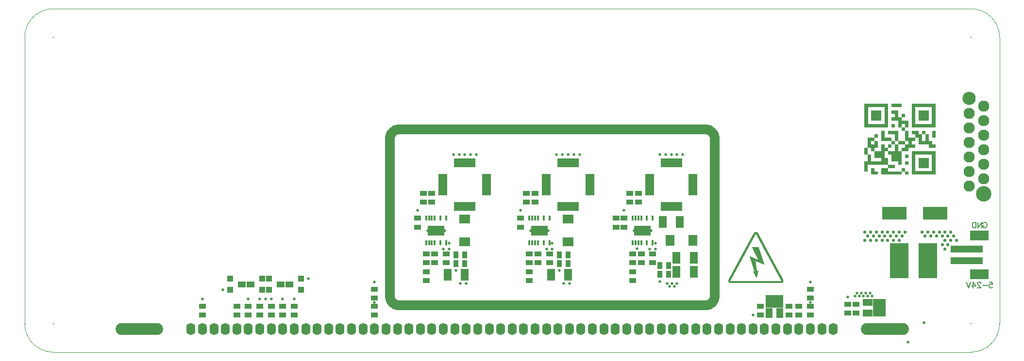
<source format=gbs>
G04*
G04 #@! TF.GenerationSoftware,Altium Limited,Altium Designer,23.4.1 (23)*
G04*
G04 Layer_Color=16711935*
%FSLAX44Y44*%
%MOMM*%
G71*
G04*
G04 #@! TF.SameCoordinates,DBF187C1-C023-4FEC-B3DF-6A61137768AB*
G04*
G04*
G04 #@! TF.FilePolarity,Negative*
G04*
G01*
G75*
%ADD11C,0.1000*%
%ADD21R,1.1938X0.8636*%
%ADD22O,2.3500X2.1000*%
%ADD23R,4.1000X2.1000*%
%ADD24O,1.6000X2.1000*%
%ADD26C,2.3032*%
%ADD27C,1.9532*%
%ADD28C,2.7032*%
%ADD29C,1.7032*%
%ADD30C,0.4600*%
%ADD31C,0.5600*%
%ADD71C,0.1500*%
%ADD72R,1.6032X3.8032*%
%ADD73R,3.8032X1.6032*%
%ADD74R,1.6032X3.8032*%
%ADD75R,1.2032X1.7032*%
%ADD76R,3.1032X2.2532*%
%ADD77R,1.1176X1.1176*%
%ADD78R,1.4732X1.1176*%
%ADD79R,1.8432X1.6032*%
%ADD80R,0.3550X0.9390*%
G04:AMPARAMS|DCode=81|XSize=0.939mm|YSize=0.355mm|CornerRadius=0mm|HoleSize=0mm|Usage=FLASHONLY|Rotation=90.000|XOffset=0mm|YOffset=0mm|HoleType=Round|Shape=Octagon|*
%AMOCTAGOND81*
4,1,8,0.0888,0.4695,-0.0888,0.4695,-0.1775,0.3807,-0.1775,-0.3807,-0.0888,-0.4695,0.0888,-0.4695,0.1775,-0.3807,0.1775,0.3807,0.0888,0.4695,0.0*
%
%ADD81OCTAGOND81*%

%ADD82R,2.8950X1.6650*%
%ADD83R,4.2032X2.2032*%
%ADD84R,3.2032X6.2032*%
%ADD85R,3.2032X1.8032*%
%ADD86R,5.7032X1.2032*%
%ADD87R,1.3970X2.0828*%
%ADD88R,0.8636X1.1938*%
%ADD89R,1.6032X1.8432*%
%ADD90R,1.7032X1.2032*%
%ADD91R,2.2532X3.1032*%
%ADD92C,0.2032*%
G36*
X1529200Y428014D02*
X1511500D01*
Y433914D01*
X1529200D01*
Y428014D01*
D02*
G37*
G36*
X1535100Y410314D02*
X1529200D01*
Y410682D01*
Y410805D01*
Y416214D01*
X1535100D01*
Y410314D01*
D02*
G37*
G36*
X1588200Y427276D02*
Y427153D01*
Y392614D01*
X1546900D01*
Y433914D01*
X1588200D01*
Y427276D01*
D02*
G37*
G36*
X1523300Y410314D02*
X1529200D01*
Y404414D01*
X1541000D01*
Y394212D01*
Y394089D01*
Y392614D01*
X1535100D01*
Y398514D01*
X1529200D01*
Y392614D01*
X1535100D01*
Y386714D01*
X1541000D01*
Y377618D01*
Y377495D01*
Y374914D01*
X1552800D01*
Y369014D01*
X1546900D01*
Y363114D01*
X1552800D01*
Y357214D01*
X1541000D01*
Y351314D01*
X1529200D01*
Y357214D01*
X1535100D01*
Y363114D01*
X1523300D01*
Y369014D01*
X1517400D01*
Y380814D01*
X1505600D01*
Y386714D01*
X1523300D01*
Y369014D01*
X1535100D01*
Y363114D01*
X1541000D01*
Y369014D01*
X1535100D01*
Y386714D01*
X1529200D01*
Y392614D01*
X1523300D01*
Y404414D01*
X1511500D01*
Y410314D01*
X1517400D01*
Y416214D01*
X1511500D01*
Y422114D01*
X1523300D01*
Y410314D01*
D02*
G37*
G36*
X1517400Y394335D02*
Y394212D01*
Y392614D01*
X1511500D01*
Y398514D01*
X1517400D01*
Y394335D01*
D02*
G37*
G36*
X1505600Y392614D02*
X1464300D01*
Y433914D01*
X1505600D01*
Y392614D01*
D02*
G37*
G36*
X1588200Y374914D02*
X1582300D01*
Y376266D01*
Y376389D01*
Y386714D01*
X1588200D01*
Y374914D01*
D02*
G37*
G36*
X1487900D02*
X1482000D01*
Y375283D01*
Y375405D01*
Y380814D01*
X1487900D01*
Y374914D01*
D02*
G37*
G36*
X1570500Y380814D02*
X1576400D01*
Y369014D01*
X1582300D01*
Y363114D01*
X1588200D01*
Y357214D01*
X1576400D01*
Y363114D01*
X1558700D01*
Y374914D01*
X1552800D01*
Y380814D01*
X1546900D01*
Y386714D01*
X1558700D01*
Y380814D01*
X1564600D01*
Y369014D01*
X1570500D01*
Y380814D01*
X1564600D01*
Y386714D01*
X1570500D01*
Y380814D01*
D02*
G37*
G36*
X1511500Y357214D02*
X1505600D01*
Y363114D01*
X1511500D01*
Y357214D01*
D02*
G37*
G36*
X1499700Y374914D02*
X1511500D01*
Y372578D01*
Y372455D01*
Y369014D01*
X1517400D01*
Y363114D01*
X1523300D01*
Y351314D01*
X1529200D01*
Y327714D01*
X1523300D01*
Y333614D01*
X1511500D01*
Y345414D01*
X1505600D01*
Y351314D01*
X1499700D01*
Y339514D01*
X1505600D01*
Y327714D01*
X1517400D01*
Y321814D01*
X1505600D01*
Y327714D01*
X1470200D01*
Y315914D01*
X1464300D01*
Y333614D01*
X1470200D01*
Y345414D01*
X1464300D01*
Y357214D01*
X1470200D01*
Y345414D01*
X1476100D01*
Y333614D01*
X1493800D01*
Y339514D01*
X1482000D01*
Y351314D01*
X1476100D01*
Y357214D01*
X1470200D01*
Y374914D01*
X1482000D01*
Y369014D01*
X1487900D01*
Y357214D01*
X1482000D01*
Y351314D01*
X1493800D01*
Y363114D01*
X1499700D01*
Y361885D01*
Y361762D01*
Y357214D01*
X1505600D01*
Y351314D01*
X1517400D01*
Y363114D01*
X1511500D01*
Y369014D01*
X1493800D01*
Y386714D01*
X1499700D01*
Y374914D01*
D02*
G37*
G36*
X1541000Y339514D02*
X1535100D01*
Y345414D01*
X1541000D01*
Y339514D01*
D02*
G37*
G36*
Y328328D02*
Y328205D01*
Y327714D01*
X1535100D01*
Y333614D01*
X1541000D01*
Y328328D01*
D02*
G37*
G36*
X1588200Y310014D02*
X1546900D01*
Y326853D01*
Y326976D01*
Y351314D01*
X1588200D01*
Y310014D01*
D02*
G37*
G36*
X1535100Y315914D02*
X1541000D01*
Y310014D01*
X1535100D01*
Y315914D01*
X1529200D01*
Y317635D01*
Y317757D01*
Y321814D01*
X1535100D01*
Y315914D01*
D02*
G37*
G36*
X1505600Y318495D02*
Y318372D01*
Y315914D01*
X1529200D01*
Y310014D01*
X1493800D01*
Y321814D01*
X1505600D01*
Y318495D01*
D02*
G37*
G36*
X1482000Y315914D02*
X1487900D01*
Y310014D01*
X1476100D01*
Y314685D01*
Y314807D01*
Y321814D01*
X1482000D01*
Y315914D01*
D02*
G37*
G36*
X1276269Y209737D02*
X1276813D01*
Y209556D01*
X1277175D01*
Y209375D01*
X1277538D01*
Y209194D01*
X1277719D01*
Y209013D01*
X1277900D01*
Y208831D01*
X1278081D01*
Y208650D01*
X1278262D01*
Y208469D01*
X1278444D01*
Y208288D01*
X1278625D01*
Y208106D01*
X1278806D01*
Y207744D01*
X1278988D01*
Y207381D01*
X1279169D01*
Y207019D01*
X1279350D01*
Y206656D01*
X1279531D01*
Y206475D01*
X1279713D01*
Y206112D01*
X1279894D01*
Y205750D01*
X1280075D01*
Y205387D01*
X1280256D01*
Y205025D01*
X1280437D01*
Y204662D01*
X1280619D01*
Y204300D01*
X1280800D01*
Y204119D01*
X1280981D01*
Y203756D01*
X1281163D01*
Y203394D01*
X1281344D01*
Y203031D01*
X1281525D01*
Y202669D01*
X1281706D01*
Y202306D01*
X1281888D01*
Y201944D01*
X1282069D01*
Y201581D01*
X1282250D01*
Y201400D01*
X1282431D01*
Y201038D01*
X1282612D01*
Y200675D01*
X1282794D01*
Y200312D01*
X1282975D01*
Y199950D01*
X1283156D01*
Y199769D01*
X1283338D01*
Y199406D01*
X1283519D01*
Y199044D01*
X1283700D01*
Y198681D01*
X1283881D01*
Y198319D01*
X1284062D01*
Y197956D01*
X1284244D01*
Y197775D01*
X1284425D01*
Y197231D01*
X1284606D01*
Y197050D01*
X1284787D01*
Y196688D01*
X1284969D01*
Y196325D01*
X1285150D01*
Y195963D01*
X1285331D01*
Y195600D01*
X1285513D01*
Y195238D01*
X1285694D01*
Y194875D01*
X1285875D01*
Y194694D01*
X1286056D01*
Y194331D01*
X1286237D01*
Y193969D01*
X1286419D01*
Y193606D01*
X1286600D01*
Y193244D01*
X1286781D01*
Y192881D01*
X1286962D01*
Y192700D01*
X1287144D01*
Y192337D01*
X1287325D01*
Y191975D01*
X1287506D01*
Y191794D01*
Y191612D01*
X1287688D01*
Y191250D01*
X1287869D01*
Y190888D01*
X1288050D01*
Y190525D01*
X1288231D01*
Y190344D01*
X1288412D01*
Y189981D01*
X1288594D01*
Y189619D01*
X1288775D01*
Y189256D01*
X1288956D01*
Y188894D01*
X1289138D01*
Y188531D01*
X1289319D01*
Y188350D01*
X1289500D01*
Y187987D01*
X1289681D01*
Y187625D01*
X1289863D01*
Y187262D01*
X1290044D01*
Y186900D01*
X1290225D01*
Y186537D01*
X1290406D01*
Y186175D01*
X1290587D01*
Y185994D01*
X1290769D01*
Y185631D01*
X1290950D01*
Y185269D01*
X1291131D01*
Y184906D01*
X1291313D01*
Y184544D01*
X1291494D01*
Y184181D01*
X1291675D01*
Y183819D01*
X1291856D01*
Y183638D01*
X1292038D01*
Y183275D01*
X1292219D01*
Y182913D01*
X1292400D01*
Y182550D01*
X1292581D01*
Y182188D01*
X1292762D01*
Y181825D01*
X1292944D01*
Y181644D01*
X1293125D01*
Y181281D01*
X1293306D01*
Y180919D01*
X1293488D01*
Y180556D01*
X1293669D01*
Y180194D01*
X1293850D01*
Y179831D01*
X1294031D01*
Y179650D01*
X1294212D01*
Y179287D01*
X1294394D01*
Y178925D01*
X1294575D01*
Y178563D01*
X1294756D01*
Y178200D01*
X1294937D01*
Y177838D01*
X1295119D01*
Y177475D01*
X1295300D01*
Y177113D01*
X1295481D01*
Y176750D01*
X1295663D01*
Y176569D01*
X1295844D01*
Y176206D01*
X1296025D01*
Y175844D01*
X1296206D01*
Y175481D01*
X1296387D01*
Y175119D01*
X1296569D01*
Y174756D01*
X1296750D01*
Y174575D01*
X1296931D01*
Y174212D01*
X1297112D01*
Y173850D01*
X1297294D01*
Y173487D01*
X1297475D01*
Y173125D01*
X1297656D01*
Y172763D01*
X1297838D01*
Y172581D01*
X1298019D01*
Y172219D01*
X1298200D01*
Y171856D01*
X1298381D01*
Y171494D01*
X1298562D01*
Y171131D01*
X1298744D01*
Y170769D01*
X1298925D01*
Y170588D01*
X1299106D01*
Y170225D01*
X1299288D01*
Y169862D01*
X1299469D01*
Y169500D01*
X1299650D01*
Y169137D01*
X1299831D01*
Y168775D01*
X1300013D01*
Y168412D01*
X1300194D01*
Y168050D01*
X1300375D01*
Y167869D01*
X1300556D01*
Y167506D01*
X1300737D01*
Y167144D01*
X1300919D01*
Y166781D01*
X1301100D01*
Y166419D01*
X1301281D01*
Y166056D01*
X1301463D01*
Y165875D01*
X1301644D01*
Y165513D01*
X1301825D01*
Y165150D01*
X1302006D01*
Y164788D01*
X1302188D01*
Y164425D01*
X1302369D01*
Y164062D01*
X1302550D01*
Y163881D01*
X1302731D01*
Y163519D01*
X1302912D01*
Y163156D01*
X1303094D01*
Y162794D01*
X1303275D01*
Y162431D01*
X1303456D01*
Y162069D01*
X1303638D01*
Y161706D01*
X1303819D01*
Y161525D01*
X1304000D01*
Y161162D01*
X1304181D01*
Y160800D01*
X1304362D01*
Y160438D01*
X1304544D01*
Y160075D01*
X1304725D01*
Y159712D01*
X1304906D01*
Y159350D01*
X1305087D01*
Y159169D01*
X1305269D01*
Y158806D01*
X1305450D01*
Y158444D01*
X1305631D01*
Y158081D01*
X1305813D01*
Y157719D01*
X1305994D01*
Y157356D01*
X1306175D01*
Y156994D01*
X1306356D01*
Y156812D01*
X1306537D01*
Y156450D01*
X1306719D01*
Y156088D01*
X1306900D01*
Y155725D01*
X1307081D01*
Y155363D01*
X1307263D01*
Y155000D01*
X1307444D01*
Y154819D01*
X1307625D01*
Y154456D01*
X1307806D01*
Y154094D01*
X1307988D01*
Y153731D01*
X1308169D01*
Y153369D01*
X1308350D01*
Y153006D01*
X1308531D01*
Y152644D01*
X1308712D01*
Y152463D01*
X1308894D01*
Y152100D01*
X1309075D01*
Y151737D01*
X1309256D01*
Y151375D01*
X1309438D01*
Y151012D01*
X1309619D01*
Y150650D01*
X1309800D01*
Y150288D01*
X1309981D01*
Y150106D01*
X1310163D01*
Y149744D01*
X1310344D01*
Y149381D01*
X1310525D01*
Y149019D01*
X1310706D01*
Y148656D01*
X1310887D01*
Y148294D01*
X1311069D01*
Y147931D01*
X1311250D01*
Y147750D01*
X1311431D01*
Y147388D01*
X1311613D01*
Y147025D01*
X1311794D01*
Y146663D01*
X1311975D01*
Y146300D01*
X1312156D01*
Y145938D01*
X1312337D01*
Y145756D01*
X1312519D01*
Y145394D01*
X1312700D01*
Y145031D01*
X1312881D01*
Y144669D01*
X1313062D01*
Y144306D01*
X1313244D01*
Y143944D01*
X1313425D01*
Y143581D01*
X1313606D01*
Y143219D01*
X1313788D01*
Y143038D01*
X1313969D01*
Y142675D01*
X1314150D01*
Y142312D01*
X1314331D01*
Y141950D01*
X1314512D01*
Y141587D01*
X1314694D01*
Y141225D01*
X1314875D01*
Y140863D01*
X1315056D01*
Y140681D01*
X1315237D01*
Y140319D01*
X1315419D01*
Y139956D01*
X1315600D01*
Y139594D01*
X1315781D01*
Y139231D01*
X1315963D01*
Y139050D01*
X1316144D01*
Y138687D01*
X1316325D01*
Y138325D01*
X1316506D01*
Y137963D01*
X1316687D01*
Y137600D01*
X1316869D01*
Y137238D01*
X1317050D01*
Y136875D01*
X1317231D01*
Y136694D01*
X1317413D01*
Y136331D01*
X1317594D01*
Y135969D01*
X1317775D01*
Y135606D01*
X1317956D01*
Y135244D01*
X1318138D01*
Y134881D01*
X1318319D01*
Y134519D01*
X1318500D01*
Y134338D01*
X1318681D01*
Y133975D01*
X1318862D01*
Y133612D01*
X1319044D01*
Y133250D01*
X1319225D01*
Y132887D01*
X1319406D01*
Y132525D01*
X1319588D01*
Y132344D01*
X1319769D01*
Y131981D01*
X1319950D01*
Y131619D01*
X1320131D01*
Y131256D01*
X1320312D01*
Y130894D01*
X1320494D01*
Y130531D01*
X1320675D01*
Y130169D01*
X1320856D01*
Y129987D01*
X1321037D01*
Y129625D01*
X1321219D01*
Y129263D01*
X1321400D01*
Y128900D01*
X1321581D01*
Y128538D01*
X1321763D01*
Y128175D01*
X1321944D01*
Y127994D01*
X1322125D01*
Y127631D01*
X1322306D01*
Y127269D01*
X1322487D01*
Y126906D01*
X1322669D01*
Y126544D01*
X1322850D01*
Y126000D01*
X1323031D01*
Y125275D01*
X1323212D01*
Y124369D01*
X1323031D01*
Y123462D01*
X1322850D01*
Y122919D01*
X1322669D01*
Y122556D01*
X1322487D01*
Y122194D01*
X1322306D01*
Y122013D01*
X1322125D01*
Y121831D01*
X1321944D01*
Y121650D01*
X1321763D01*
Y121469D01*
X1321581D01*
Y121287D01*
X1321400D01*
Y121106D01*
X1321219D01*
Y120925D01*
X1320856D01*
Y120744D01*
X1320494D01*
Y120562D01*
X1319950D01*
Y120381D01*
X1318681D01*
Y120200D01*
X1318500D01*
Y120381D01*
X1231500D01*
Y120200D01*
X1231319D01*
Y120381D01*
X1230050D01*
Y120562D01*
X1229506D01*
Y120744D01*
X1229144D01*
Y120925D01*
X1228781D01*
Y121106D01*
X1228600D01*
Y121287D01*
X1228419D01*
Y121469D01*
X1228238D01*
Y121650D01*
X1228056D01*
Y121831D01*
X1227875D01*
Y122013D01*
X1227694D01*
Y122194D01*
X1227513D01*
Y122556D01*
X1227331D01*
Y122919D01*
X1227150D01*
Y123462D01*
X1226969D01*
Y124369D01*
X1226787D01*
Y125094D01*
X1226969D01*
Y126000D01*
X1227150D01*
Y126544D01*
X1227331D01*
Y126906D01*
X1227513D01*
Y127269D01*
X1227694D01*
Y127631D01*
X1227875D01*
Y127994D01*
X1228056D01*
Y128175D01*
X1228238D01*
Y128538D01*
X1228419D01*
Y128900D01*
X1228600D01*
Y129263D01*
X1228781D01*
Y129625D01*
X1228962D01*
Y129987D01*
X1229144D01*
Y130169D01*
X1229325D01*
Y130531D01*
X1229506D01*
Y130894D01*
X1229688D01*
Y131256D01*
X1229869D01*
Y131619D01*
X1230050D01*
Y131981D01*
X1230231D01*
Y132344D01*
X1230413D01*
Y132525D01*
X1230594D01*
Y132887D01*
X1230775D01*
Y133250D01*
X1230956D01*
Y133612D01*
X1231137D01*
Y133975D01*
X1231319D01*
Y134338D01*
X1231500D01*
Y134519D01*
X1231681D01*
Y134881D01*
X1231862D01*
Y135244D01*
X1232044D01*
Y135606D01*
X1232225D01*
Y135969D01*
X1232406D01*
Y136331D01*
X1232588D01*
Y136694D01*
X1232769D01*
Y137056D01*
X1232950D01*
Y137238D01*
X1233131D01*
Y137600D01*
X1233313D01*
Y137963D01*
X1233494D01*
Y138325D01*
X1233675D01*
Y138687D01*
X1233856D01*
Y139050D01*
X1234037D01*
Y139231D01*
X1234219D01*
Y139594D01*
X1234400D01*
Y139956D01*
X1234581D01*
Y140319D01*
X1234762D01*
Y140681D01*
X1234944D01*
Y141044D01*
X1235125D01*
Y141225D01*
X1235306D01*
Y141587D01*
X1235488D01*
Y141950D01*
X1235669D01*
Y142312D01*
X1235850D01*
Y142675D01*
X1236031D01*
Y143038D01*
X1236212D01*
Y143400D01*
X1236394D01*
Y143763D01*
X1236575D01*
Y143944D01*
X1236756D01*
Y144306D01*
X1236937D01*
Y144669D01*
X1237119D01*
Y145031D01*
X1237300D01*
Y145394D01*
X1237481D01*
Y145756D01*
X1237663D01*
Y145938D01*
X1237844D01*
Y146300D01*
X1238025D01*
Y146663D01*
X1238206D01*
Y147025D01*
X1238388D01*
Y147388D01*
X1238569D01*
Y147750D01*
X1238750D01*
Y147931D01*
X1238931D01*
Y148294D01*
X1239112D01*
Y148656D01*
X1239294D01*
Y149019D01*
X1239475D01*
Y149381D01*
X1239656D01*
Y149744D01*
X1239837D01*
Y149925D01*
X1240019D01*
Y150288D01*
X1240200D01*
Y150650D01*
X1240381D01*
Y151012D01*
X1240563D01*
Y151375D01*
X1240744D01*
Y151737D01*
X1240925D01*
Y152100D01*
X1241106D01*
Y152463D01*
X1241288D01*
Y152644D01*
X1241469D01*
Y153006D01*
X1241650D01*
Y153369D01*
X1241831D01*
Y153731D01*
X1242012D01*
Y154094D01*
X1242194D01*
Y154456D01*
X1242375D01*
Y154819D01*
X1242556D01*
Y155000D01*
X1242738D01*
Y155363D01*
X1242919D01*
Y155725D01*
X1243100D01*
Y156088D01*
X1243281D01*
Y156450D01*
X1243463D01*
Y156812D01*
X1243644D01*
Y156994D01*
X1243825D01*
Y157356D01*
X1244006D01*
Y157719D01*
X1244187D01*
Y158081D01*
X1244369D01*
Y158444D01*
X1244550D01*
Y158806D01*
X1244731D01*
Y159169D01*
X1244912D01*
Y159350D01*
X1245094D01*
Y159712D01*
X1245275D01*
Y160075D01*
X1245456D01*
Y160438D01*
X1245638D01*
Y160800D01*
X1245819D01*
Y161162D01*
X1246000D01*
Y161344D01*
X1246181D01*
Y161706D01*
X1246363D01*
Y162069D01*
X1246544D01*
Y162431D01*
X1246725D01*
Y162794D01*
X1246906D01*
Y163156D01*
X1247087D01*
Y163519D01*
X1247269D01*
Y163881D01*
X1247450D01*
Y164062D01*
X1247631D01*
Y164425D01*
X1247812D01*
Y164788D01*
X1247994D01*
Y165150D01*
X1248175D01*
Y165513D01*
X1248356D01*
Y165875D01*
X1248538D01*
Y166056D01*
X1248719D01*
Y166419D01*
X1248900D01*
Y166781D01*
X1249081D01*
Y167144D01*
X1249262D01*
Y167506D01*
X1249444D01*
Y167869D01*
X1249625D01*
Y168050D01*
X1249806D01*
Y168412D01*
X1249987D01*
Y168775D01*
X1250169D01*
Y169137D01*
X1250350D01*
Y169500D01*
X1250531D01*
Y169862D01*
X1250713D01*
Y170225D01*
X1250894D01*
Y170588D01*
X1251075D01*
Y170769D01*
X1251256D01*
Y171131D01*
X1251438D01*
Y171494D01*
X1251619D01*
Y171856D01*
X1251800D01*
Y172219D01*
X1251981D01*
Y172581D01*
X1252162D01*
Y172944D01*
X1252344D01*
Y173125D01*
X1252525D01*
Y173487D01*
X1252706D01*
Y173850D01*
X1252887D01*
Y174212D01*
X1253069D01*
Y174575D01*
X1253250D01*
Y174756D01*
X1253431D01*
Y175119D01*
X1253613D01*
Y175481D01*
X1253794D01*
Y175844D01*
X1253975D01*
Y176206D01*
X1254156D01*
Y176569D01*
X1254337D01*
Y176931D01*
X1254519D01*
Y177113D01*
X1254700D01*
Y177475D01*
X1254881D01*
Y177838D01*
X1255062D01*
Y178200D01*
X1255244D01*
Y178563D01*
X1255425D01*
Y178925D01*
X1255606D01*
Y179287D01*
X1255788D01*
Y179650D01*
X1255969D01*
Y179831D01*
X1256150D01*
Y180194D01*
X1256331D01*
Y180556D01*
X1256513D01*
Y180919D01*
X1256694D01*
Y181281D01*
X1256875D01*
Y181644D01*
X1257056D01*
Y181825D01*
X1257237D01*
Y182188D01*
X1257419D01*
Y182550D01*
X1257600D01*
Y182913D01*
X1257781D01*
Y183275D01*
X1257962D01*
Y183638D01*
X1258144D01*
Y184000D01*
X1258325D01*
Y184181D01*
X1258506D01*
Y184544D01*
X1258688D01*
Y184906D01*
X1258869D01*
Y185269D01*
X1259050D01*
Y185631D01*
X1259231D01*
Y185994D01*
X1259413D01*
Y186175D01*
X1259594D01*
Y186537D01*
X1259775D01*
Y186900D01*
X1259956D01*
Y187262D01*
X1260137D01*
Y187625D01*
X1260319D01*
Y187987D01*
X1260500D01*
Y188350D01*
X1260681D01*
Y188531D01*
X1260863D01*
Y188894D01*
X1261044D01*
Y189256D01*
X1261225D01*
Y189619D01*
X1261406D01*
Y189981D01*
X1261588D01*
Y190344D01*
X1261769D01*
Y190525D01*
X1261950D01*
Y190888D01*
X1262131D01*
Y191250D01*
X1262312D01*
Y191612D01*
X1262494D01*
Y191975D01*
X1262675D01*
Y192337D01*
X1262856D01*
Y192519D01*
X1263037D01*
Y192881D01*
X1263219D01*
Y193244D01*
X1263400D01*
Y193606D01*
X1263581D01*
Y193969D01*
X1263763D01*
Y194331D01*
X1263944D01*
Y194694D01*
X1264125D01*
Y194875D01*
X1264306D01*
Y195238D01*
X1264488D01*
Y195600D01*
X1264669D01*
Y195963D01*
X1264850D01*
Y196325D01*
X1265031D01*
Y196688D01*
X1265212D01*
Y197050D01*
X1265394D01*
Y197231D01*
X1265575D01*
Y197594D01*
X1265756D01*
Y197956D01*
X1265938D01*
Y198319D01*
X1266119D01*
Y198681D01*
X1266300D01*
Y199044D01*
X1266481D01*
Y199406D01*
X1266663D01*
Y199587D01*
X1266844D01*
Y199950D01*
X1267025D01*
Y200312D01*
X1267206D01*
Y200675D01*
X1267387D01*
Y201038D01*
X1267569D01*
Y201400D01*
X1267750D01*
Y201581D01*
X1267931D01*
Y201944D01*
X1268112D01*
Y202306D01*
X1268294D01*
Y202669D01*
X1268475D01*
Y203031D01*
X1268656D01*
Y203394D01*
X1268838D01*
Y203756D01*
X1269019D01*
Y203937D01*
X1269200D01*
Y204300D01*
X1269381D01*
Y204662D01*
X1269563D01*
Y205025D01*
X1269744D01*
Y205387D01*
X1269925D01*
Y205750D01*
X1270106D01*
Y205931D01*
X1270287D01*
Y206475D01*
X1270469D01*
Y206656D01*
X1270650D01*
Y207019D01*
X1270831D01*
Y207381D01*
X1271012D01*
Y207744D01*
X1271194D01*
Y207925D01*
X1271375D01*
Y208288D01*
X1271556D01*
Y208469D01*
X1271738D01*
Y208650D01*
X1271919D01*
Y208831D01*
X1272100D01*
Y209013D01*
X1272281D01*
Y209194D01*
X1272462D01*
Y209375D01*
X1272825D01*
Y209556D01*
X1273187D01*
Y209737D01*
X1273731D01*
Y209919D01*
X1276269D01*
Y209737D01*
D02*
G37*
G36*
X653001Y397518D02*
X1186999Y397518D01*
X1187000Y397518D01*
X1189364D01*
X1189397Y397516D01*
X1189430D01*
X1189464Y397512D01*
X1189497Y397509D01*
X1189529Y397503D01*
X1189563Y397499D01*
X1194199Y396576D01*
X1194231Y396568D01*
X1194264Y396561D01*
X1194296Y396550D01*
X1194328Y396542D01*
X1194359Y396529D01*
X1194390Y396518D01*
X1198758Y394709D01*
X1198788Y394695D01*
X1198819Y394682D01*
X1198847Y394665D01*
X1198877Y394650D01*
X1198905Y394632D01*
X1198934Y394615D01*
X1202865Y391989D01*
X1202891Y391968D01*
X1202919Y391950D01*
X1202944Y391928D01*
X1202971Y391908D01*
X1202994Y391884D01*
X1203019Y391862D01*
X1206362Y388519D01*
X1206384Y388494D01*
X1206407Y388470D01*
X1206428Y388444D01*
X1206450Y388419D01*
X1206468Y388391D01*
X1206489Y388365D01*
X1209115Y384434D01*
X1209132Y384405D01*
X1209150Y384377D01*
X1209165Y384347D01*
X1209182Y384319D01*
X1209194Y384288D01*
X1209209Y384258D01*
X1211018Y379890D01*
X1211029Y379859D01*
X1211042Y379828D01*
X1211050Y379796D01*
X1211061Y379764D01*
X1211068Y379731D01*
X1211076Y379699D01*
X1211999Y375062D01*
X1212003Y375029D01*
X1212010Y374997D01*
X1212012Y374963D01*
X1212016Y374930D01*
Y374897D01*
X1212018Y374864D01*
Y372500D01*
X1212018Y372499D01*
X1212018Y245500D01*
Y245500D01*
Y241583D01*
Y238000D01*
Y238000D01*
X1212018Y98500D01*
X1212018Y98499D01*
X1212018Y96136D01*
X1212016Y96103D01*
Y96070D01*
X1212012Y96037D01*
X1212009Y96003D01*
X1212003Y95971D01*
X1211999Y95938D01*
X1211076Y91301D01*
X1211068Y91269D01*
X1211061Y91236D01*
X1211050Y91205D01*
X1211042Y91172D01*
X1211029Y91141D01*
X1211018Y91110D01*
X1209209Y86742D01*
X1209194Y86712D01*
X1209182Y86681D01*
X1209165Y86653D01*
X1209150Y86623D01*
X1209132Y86595D01*
X1209115Y86566D01*
X1206489Y82635D01*
X1206468Y82609D01*
X1206450Y82581D01*
X1206428Y82556D01*
X1206407Y82530D01*
X1206384Y82506D01*
X1206362Y82481D01*
X1203019Y79138D01*
X1202994Y79116D01*
X1202970Y79092D01*
X1202944Y79072D01*
X1202919Y79050D01*
X1202891Y79032D01*
X1202865Y79011D01*
X1198934Y76385D01*
X1198905Y76368D01*
X1198877Y76350D01*
X1198847Y76335D01*
X1198819Y76318D01*
X1198788Y76306D01*
X1198758Y76291D01*
X1194390Y74482D01*
X1194359Y74471D01*
X1194328Y74458D01*
X1194296Y74450D01*
X1194264Y74439D01*
X1194231Y74432D01*
X1194199Y74424D01*
X1189562Y73501D01*
X1189529Y73497D01*
X1189497Y73491D01*
X1189463Y73488D01*
X1189430Y73484D01*
X1189397D01*
X1189364Y73482D01*
X1187000Y73482D01*
X653000Y73482D01*
X652998Y73482D01*
X650636Y73482D01*
X650603Y73484D01*
X650570D01*
X650536Y73488D01*
X650503Y73491D01*
X650471Y73497D01*
X650437Y73502D01*
X645801Y74424D01*
X645768Y74432D01*
X645736Y74439D01*
X645704Y74450D01*
X645672Y74458D01*
X645641Y74471D01*
X645610Y74482D01*
X641242Y76291D01*
X641212Y76306D01*
X641181Y76318D01*
X641153Y76335D01*
X641123Y76350D01*
X641095Y76368D01*
X641066Y76385D01*
X637135Y79012D01*
X637109Y79032D01*
X637081Y79050D01*
X637056Y79072D01*
X637030Y79093D01*
X637006Y79116D01*
X636981Y79138D01*
X633638Y82481D01*
X633616Y82506D01*
X633592Y82530D01*
X633572Y82556D01*
X633550Y82581D01*
X633532Y82609D01*
X633511Y82635D01*
X630885Y86566D01*
X630868Y86595D01*
X630850Y86623D01*
X630835Y86653D01*
X630818Y86681D01*
X630806Y86712D01*
X630791Y86742D01*
X628982Y91110D01*
X628971Y91141D01*
X628958Y91172D01*
X628950Y91205D01*
X628939Y91236D01*
X628932Y91269D01*
X628924Y91301D01*
X628001Y95938D01*
X627997Y95971D01*
X627990Y96003D01*
X627988Y96037D01*
X627984Y96070D01*
Y96103D01*
X627982Y96136D01*
X627982Y98500D01*
X627982Y238000D01*
Y238000D01*
Y372500D01*
X627982Y374864D01*
X627984Y374897D01*
Y374930D01*
X627988Y374963D01*
X627990Y374997D01*
X627997Y375029D01*
X628001Y375062D01*
X628924Y379699D01*
X628932Y379731D01*
X628939Y379764D01*
X628950Y379796D01*
X628958Y379828D01*
X628971Y379859D01*
X628982Y379890D01*
X630791Y384258D01*
X630806Y384288D01*
X630818Y384319D01*
X630835Y384347D01*
X630850Y384377D01*
X630868Y384405D01*
X630885Y384434D01*
X633511Y388365D01*
X633532Y388391D01*
X633550Y388419D01*
X633572Y388444D01*
X633592Y388470D01*
X633616Y388494D01*
X633638Y388519D01*
X636981Y391862D01*
X637006Y391884D01*
X637030Y391908D01*
X637056Y391928D01*
X637081Y391950D01*
X637109Y391968D01*
X637135Y391989D01*
X641066Y394615D01*
X641095Y394632D01*
X641123Y394650D01*
X641153Y394665D01*
X641181Y394682D01*
X641212Y394695D01*
X641242Y394709D01*
X645610Y396518D01*
X645641Y396529D01*
X645672Y396542D01*
X645704Y396551D01*
X645736Y396561D01*
X645768Y396568D01*
X645801Y396576D01*
X650438Y397499D01*
X650471Y397503D01*
X650503Y397509D01*
X650536Y397512D01*
X650570Y397516D01*
X650603D01*
X650636Y397518D01*
X653000D01*
X653001Y397518D01*
D02*
G37*
%LPC*%
G36*
X1581931Y427768D02*
X1553169D01*
Y427645D01*
X1553046D01*
Y420762D01*
Y420639D01*
Y398882D01*
X1553169D01*
Y398760D01*
X1581931D01*
Y398882D01*
X1582054D01*
Y427645D01*
X1581931D01*
Y427768D01*
D02*
G37*
%LPD*%
G36*
X1576400Y412280D02*
Y412158D01*
Y404414D01*
X1558700D01*
Y422114D01*
X1576400D01*
Y412280D01*
D02*
G37*
%LPC*%
G36*
X1499331Y427768D02*
X1470569D01*
Y427645D01*
X1470446D01*
Y398882D01*
X1470569D01*
Y398760D01*
X1499331D01*
Y398882D01*
X1499454D01*
Y427645D01*
X1499331D01*
Y427768D01*
D02*
G37*
%LPD*%
G36*
X1493800Y411297D02*
Y411174D01*
Y404414D01*
X1476100D01*
Y422114D01*
X1493800D01*
Y411297D01*
D02*
G37*
%LPC*%
G36*
X1482000Y369014D02*
X1476100D01*
Y363114D01*
X1482000D01*
Y369014D01*
D02*
G37*
G36*
X1581931Y345168D02*
X1553169D01*
Y345045D01*
X1553046D01*
Y338408D01*
Y338285D01*
Y316283D01*
X1553169D01*
Y316160D01*
X1581931D01*
Y316283D01*
X1582054D01*
Y345045D01*
X1581931D01*
Y345168D01*
D02*
G37*
%LPD*%
G36*
X1576400Y321814D02*
X1558700D01*
Y339514D01*
X1576400D01*
Y321814D01*
D02*
G37*
%LPC*%
G36*
X1275181Y206112D02*
X1274819D01*
Y205931D01*
X1274638D01*
Y205750D01*
X1274456D01*
Y205569D01*
X1274275D01*
Y205206D01*
X1274094D01*
Y204844D01*
X1273913D01*
Y204481D01*
X1273731D01*
Y204119D01*
X1273550D01*
Y203756D01*
X1273369D01*
Y203575D01*
X1273187D01*
Y203213D01*
X1273006D01*
Y202850D01*
X1272825D01*
Y202488D01*
X1272644D01*
Y202125D01*
X1272462D01*
Y201763D01*
X1272281D01*
Y201400D01*
X1272100D01*
Y201038D01*
X1271919D01*
Y200856D01*
X1271738D01*
Y200494D01*
X1271556D01*
Y200131D01*
X1271375D01*
Y199769D01*
X1271194D01*
Y199406D01*
X1271012D01*
Y199044D01*
X1270831D01*
Y198681D01*
X1270650D01*
Y198500D01*
X1270469D01*
Y198137D01*
X1270287D01*
Y197775D01*
X1270106D01*
Y197412D01*
X1269925D01*
Y197050D01*
X1269744D01*
Y196869D01*
X1269563D01*
Y196506D01*
X1269381D01*
Y196144D01*
X1269200D01*
Y195781D01*
X1269019D01*
Y195419D01*
X1268838D01*
Y195056D01*
X1268656D01*
Y194875D01*
X1268475D01*
Y194331D01*
X1268294D01*
Y194150D01*
X1268112D01*
Y193787D01*
X1267931D01*
Y193425D01*
X1267750D01*
Y193062D01*
X1267569D01*
Y192700D01*
X1267387D01*
Y192337D01*
X1267206D01*
Y191975D01*
X1267025D01*
Y191612D01*
X1266844D01*
Y191431D01*
X1266663D01*
Y191069D01*
X1266481D01*
Y190706D01*
X1266300D01*
Y190344D01*
X1266119D01*
Y189981D01*
X1265938D01*
Y189800D01*
X1265756D01*
Y189438D01*
X1265575D01*
Y189075D01*
X1265394D01*
Y188713D01*
X1265212D01*
Y188350D01*
X1265031D01*
Y187987D01*
X1264850D01*
Y187625D01*
X1264669D01*
Y187444D01*
X1264488D01*
Y187081D01*
X1264306D01*
Y186719D01*
X1264125D01*
Y186356D01*
X1263944D01*
Y185994D01*
X1263763D01*
Y185631D01*
X1263581D01*
Y185450D01*
X1263400D01*
Y185088D01*
X1263219D01*
Y184725D01*
X1263037D01*
Y184363D01*
X1262856D01*
Y184000D01*
X1262675D01*
Y183638D01*
X1262494D01*
Y183275D01*
X1262312D01*
Y183094D01*
X1262131D01*
Y182731D01*
X1261950D01*
Y182369D01*
X1261769D01*
Y182006D01*
X1261588D01*
Y181644D01*
X1261406D01*
Y181281D01*
X1261225D01*
Y180919D01*
X1261044D01*
Y180737D01*
X1260863D01*
Y180375D01*
X1260681D01*
Y180012D01*
X1260500D01*
Y179650D01*
X1260319D01*
Y179287D01*
X1260137D01*
Y178925D01*
X1259956D01*
Y178744D01*
X1259775D01*
Y178381D01*
X1259594D01*
Y178019D01*
X1259413D01*
Y177656D01*
X1259231D01*
Y177294D01*
X1259050D01*
Y176931D01*
X1258869D01*
Y176569D01*
X1258688D01*
Y176388D01*
X1258506D01*
Y176025D01*
X1258325D01*
Y175662D01*
X1258144D01*
Y175300D01*
X1257962D01*
Y174937D01*
X1257781D01*
Y174575D01*
X1257600D01*
Y174212D01*
X1257419D01*
Y174031D01*
X1257237D01*
Y173669D01*
X1257056D01*
Y173306D01*
X1256875D01*
Y172944D01*
X1256694D01*
Y172581D01*
X1256513D01*
Y172219D01*
X1256331D01*
Y171856D01*
X1256150D01*
Y171675D01*
X1255969D01*
Y171313D01*
X1255788D01*
Y170950D01*
X1255606D01*
Y170588D01*
X1255425D01*
Y170225D01*
X1255244D01*
Y170044D01*
X1255062D01*
Y169681D01*
X1254881D01*
Y169319D01*
X1254700D01*
Y168956D01*
X1254519D01*
Y168594D01*
X1254337D01*
Y168231D01*
X1254156D01*
Y168050D01*
X1253975D01*
Y167687D01*
X1253794D01*
Y167325D01*
X1253613D01*
Y166963D01*
X1253431D01*
Y166600D01*
X1253250D01*
Y166238D01*
X1253069D01*
Y165875D01*
X1252887D01*
Y165513D01*
X1252706D01*
Y165150D01*
X1252525D01*
Y164969D01*
X1252344D01*
Y164606D01*
X1252162D01*
Y164244D01*
X1251981D01*
Y163881D01*
X1251800D01*
Y163700D01*
X1251619D01*
Y163156D01*
X1251438D01*
Y162975D01*
X1251256D01*
Y162612D01*
X1251075D01*
Y162250D01*
X1250894D01*
Y161887D01*
X1250713D01*
Y161525D01*
X1250531D01*
Y161162D01*
X1250350D01*
Y160981D01*
X1250169D01*
Y160619D01*
X1249987D01*
Y160256D01*
X1249806D01*
Y159894D01*
X1249625D01*
Y159531D01*
X1249444D01*
Y159169D01*
X1249262D01*
Y158806D01*
X1249081D01*
Y158625D01*
X1248900D01*
Y158263D01*
X1248719D01*
Y157900D01*
X1248538D01*
Y157537D01*
X1248356D01*
Y157175D01*
X1248175D01*
Y156812D01*
X1247994D01*
Y156450D01*
X1247812D01*
Y156269D01*
X1247631D01*
Y155906D01*
X1247450D01*
Y155544D01*
X1247269D01*
Y155181D01*
X1247087D01*
Y154819D01*
X1246906D01*
Y154456D01*
X1246725D01*
Y154094D01*
X1246544D01*
Y153912D01*
X1246363D01*
Y153550D01*
X1246181D01*
Y153188D01*
X1246000D01*
Y152825D01*
X1245819D01*
Y152463D01*
X1245638D01*
Y152100D01*
X1245456D01*
Y151919D01*
X1245275D01*
Y151556D01*
X1245094D01*
Y151194D01*
X1244912D01*
Y150831D01*
X1244731D01*
Y150469D01*
X1244550D01*
Y150106D01*
X1244369D01*
Y149744D01*
X1244187D01*
Y149563D01*
X1244006D01*
Y149200D01*
X1243825D01*
Y148837D01*
X1243644D01*
Y148475D01*
X1243463D01*
Y148112D01*
X1243281D01*
Y147750D01*
X1243100D01*
Y147388D01*
X1242919D01*
Y147206D01*
X1242738D01*
Y146844D01*
X1242556D01*
Y146481D01*
X1242375D01*
Y146119D01*
X1242194D01*
Y145756D01*
X1242012D01*
Y145394D01*
X1241831D01*
Y145031D01*
X1241650D01*
Y144850D01*
X1241469D01*
Y144487D01*
X1241288D01*
Y144125D01*
X1241106D01*
Y143763D01*
X1240925D01*
Y143400D01*
X1240744D01*
Y143038D01*
X1240563D01*
Y142856D01*
X1240381D01*
Y142494D01*
X1240200D01*
Y142131D01*
X1240019D01*
Y141769D01*
X1239837D01*
Y141406D01*
X1239656D01*
Y141044D01*
X1239475D01*
Y140681D01*
X1239294D01*
Y140500D01*
X1239112D01*
Y140138D01*
X1238931D01*
Y139775D01*
X1238750D01*
Y139412D01*
X1238569D01*
Y139050D01*
X1238388D01*
Y138687D01*
X1238206D01*
Y138325D01*
X1238025D01*
Y137963D01*
X1237844D01*
Y137781D01*
X1237663D01*
Y137419D01*
X1237481D01*
Y137056D01*
X1237300D01*
Y136694D01*
X1237119D01*
Y136331D01*
X1236937D01*
Y136150D01*
X1236756D01*
Y135787D01*
X1236575D01*
Y135425D01*
X1236394D01*
Y135063D01*
X1236212D01*
Y134700D01*
X1236031D01*
Y134338D01*
X1235850D01*
Y133975D01*
X1235669D01*
Y133794D01*
X1235488D01*
Y133431D01*
X1235306D01*
Y133069D01*
X1235125D01*
Y132706D01*
X1234944D01*
Y132344D01*
X1234762D01*
Y131981D01*
X1234581D01*
Y131800D01*
X1234400D01*
Y131438D01*
X1234219D01*
Y131075D01*
X1234037D01*
Y130712D01*
X1233856D01*
Y130350D01*
X1233675D01*
Y129987D01*
X1233494D01*
Y129625D01*
X1233313D01*
Y129444D01*
X1233131D01*
Y129081D01*
X1232950D01*
Y128719D01*
X1232769D01*
Y128356D01*
X1232588D01*
Y127994D01*
X1232406D01*
Y127631D01*
X1232225D01*
Y127269D01*
X1232044D01*
Y127087D01*
X1231862D01*
Y126725D01*
X1231681D01*
Y126362D01*
X1231500D01*
Y126000D01*
X1231319D01*
Y125638D01*
X1231137D01*
Y125275D01*
X1230956D01*
Y125094D01*
X1230775D01*
Y124369D01*
X1231137D01*
Y124187D01*
X1318862D01*
Y124369D01*
X1319225D01*
Y125094D01*
X1319044D01*
Y125275D01*
X1318862D01*
Y125638D01*
X1318681D01*
Y126000D01*
X1318500D01*
Y126362D01*
X1318319D01*
Y126725D01*
X1318138D01*
Y127087D01*
X1317956D01*
Y127269D01*
X1317775D01*
Y127631D01*
X1317594D01*
Y127994D01*
X1317413D01*
Y128356D01*
X1317231D01*
Y128719D01*
X1317050D01*
Y129081D01*
X1316869D01*
Y129263D01*
X1316687D01*
Y129625D01*
X1316506D01*
Y129987D01*
X1316325D01*
Y130350D01*
X1316144D01*
Y130712D01*
X1315963D01*
Y131075D01*
X1315781D01*
Y131438D01*
X1315600D01*
Y131800D01*
X1315419D01*
Y132163D01*
X1315237D01*
Y132344D01*
X1315056D01*
Y132706D01*
X1314875D01*
Y133069D01*
X1314694D01*
Y133431D01*
X1314512D01*
Y133794D01*
X1314331D01*
Y134156D01*
X1314150D01*
Y134338D01*
X1313969D01*
Y134700D01*
X1313788D01*
Y135063D01*
X1313606D01*
Y135425D01*
X1313425D01*
Y135787D01*
X1313244D01*
Y136150D01*
X1313062D01*
Y136331D01*
X1312881D01*
Y136694D01*
X1312700D01*
Y137056D01*
X1312519D01*
Y137419D01*
X1312337D01*
Y137781D01*
X1312156D01*
Y138144D01*
X1311975D01*
Y138325D01*
X1311794D01*
Y138869D01*
X1311613D01*
Y139050D01*
X1311431D01*
Y139412D01*
X1311250D01*
Y139775D01*
X1311069D01*
Y140138D01*
X1310887D01*
Y140500D01*
X1310706D01*
Y140863D01*
X1310525D01*
Y141225D01*
X1310344D01*
Y141406D01*
X1310163D01*
Y141769D01*
X1309981D01*
Y142131D01*
X1309800D01*
Y142494D01*
X1309619D01*
Y142856D01*
X1309438D01*
Y143038D01*
X1309256D01*
Y143400D01*
X1309075D01*
Y143763D01*
X1308894D01*
Y144125D01*
X1308712D01*
Y144487D01*
X1308531D01*
Y144850D01*
X1308350D01*
Y145031D01*
X1308169D01*
Y145394D01*
X1307988D01*
Y145756D01*
X1307806D01*
Y146119D01*
X1307625D01*
Y146481D01*
X1307444D01*
Y146844D01*
X1307263D01*
Y147025D01*
X1307081D01*
Y147388D01*
X1306900D01*
Y147750D01*
X1306719D01*
Y148112D01*
X1306537D01*
Y148475D01*
X1306356D01*
Y148837D01*
X1306175D01*
Y149200D01*
X1305994D01*
Y149563D01*
X1305813D01*
Y149925D01*
X1305631D01*
Y150106D01*
X1305450D01*
Y150469D01*
X1305269D01*
Y150831D01*
X1305087D01*
Y151194D01*
X1304906D01*
Y151556D01*
X1304725D01*
Y151919D01*
X1304544D01*
Y152100D01*
X1304362D01*
Y152463D01*
X1304181D01*
Y152644D01*
Y152825D01*
X1304000D01*
Y153188D01*
X1303819D01*
Y153550D01*
X1303638D01*
Y153912D01*
X1303456D01*
Y154094D01*
X1303275D01*
Y154456D01*
X1303094D01*
Y154819D01*
X1302912D01*
Y155181D01*
X1302731D01*
Y155544D01*
X1302550D01*
Y155906D01*
X1302369D01*
Y156269D01*
X1302188D01*
Y156450D01*
X1302006D01*
Y156812D01*
X1301825D01*
Y157175D01*
X1301644D01*
Y157537D01*
X1301463D01*
Y157900D01*
X1301281D01*
Y158263D01*
X1301100D01*
Y158625D01*
X1300919D01*
Y158806D01*
X1300737D01*
Y159169D01*
X1300556D01*
Y159531D01*
X1300375D01*
Y159894D01*
X1300194D01*
Y160256D01*
X1300013D01*
Y160619D01*
X1299831D01*
Y160981D01*
X1299650D01*
Y161162D01*
X1299469D01*
Y161525D01*
X1299288D01*
Y161887D01*
X1299106D01*
Y162250D01*
X1298925D01*
Y162612D01*
X1298744D01*
Y162975D01*
X1298562D01*
Y163156D01*
X1298381D01*
Y163519D01*
X1298200D01*
Y163881D01*
X1298019D01*
Y164244D01*
X1297838D01*
Y164606D01*
X1297656D01*
Y164969D01*
X1297475D01*
Y165150D01*
X1297294D01*
Y165513D01*
X1297112D01*
Y165875D01*
X1296931D01*
Y166238D01*
X1296750D01*
Y166600D01*
X1296569D01*
Y166963D01*
X1296387D01*
Y167325D01*
X1296206D01*
Y167687D01*
X1296025D01*
Y168050D01*
X1295844D01*
Y168231D01*
X1295663D01*
Y168594D01*
X1295481D01*
Y168956D01*
X1295300D01*
Y169319D01*
X1295119D01*
Y169681D01*
X1294937D01*
Y170044D01*
X1294756D01*
Y170225D01*
X1294575D01*
Y170588D01*
X1294394D01*
Y170950D01*
X1294212D01*
Y171313D01*
X1294031D01*
Y171675D01*
X1293850D01*
Y171856D01*
X1293669D01*
Y172219D01*
X1293488D01*
Y172581D01*
X1293306D01*
Y172944D01*
X1293125D01*
Y173306D01*
X1292944D01*
Y173669D01*
X1292762D01*
Y173850D01*
X1292581D01*
Y174212D01*
X1292400D01*
Y174575D01*
X1292219D01*
Y174937D01*
X1292038D01*
Y175300D01*
X1291856D01*
Y175662D01*
X1291675D01*
Y176025D01*
X1291494D01*
Y176388D01*
X1291313D01*
Y176750D01*
X1291131D01*
Y176931D01*
X1290950D01*
Y177294D01*
X1290769D01*
Y177656D01*
X1290587D01*
Y178019D01*
X1290406D01*
Y178381D01*
X1290225D01*
Y178744D01*
X1290044D01*
Y178925D01*
X1289863D01*
Y179287D01*
X1289681D01*
Y179650D01*
X1289500D01*
Y180012D01*
X1289319D01*
Y180375D01*
X1289138D01*
Y180737D01*
X1288956D01*
Y180919D01*
X1288775D01*
Y181281D01*
X1288594D01*
Y181644D01*
X1288412D01*
Y182006D01*
X1288231D01*
Y182369D01*
X1288050D01*
Y182731D01*
X1287869D01*
Y182913D01*
X1287688D01*
Y183275D01*
X1287506D01*
Y183638D01*
X1287325D01*
Y184000D01*
X1287144D01*
Y184363D01*
X1286962D01*
Y184725D01*
X1286781D01*
Y185088D01*
X1286600D01*
Y185450D01*
X1286419D01*
Y185812D01*
X1286237D01*
Y185994D01*
X1286056D01*
Y186356D01*
X1285875D01*
Y186719D01*
X1285694D01*
Y187081D01*
X1285513D01*
Y187444D01*
X1285331D01*
Y187806D01*
X1285150D01*
Y187987D01*
X1284969D01*
Y188350D01*
X1284787D01*
Y188713D01*
X1284606D01*
Y189075D01*
X1284425D01*
Y189438D01*
X1284244D01*
Y189800D01*
X1284062D01*
Y189981D01*
X1283881D01*
Y190344D01*
X1283700D01*
Y190706D01*
X1283519D01*
Y191069D01*
X1283338D01*
Y191431D01*
X1283156D01*
Y191794D01*
X1282975D01*
Y192156D01*
X1282794D01*
Y192337D01*
X1282612D01*
Y192700D01*
X1282431D01*
Y193062D01*
X1282250D01*
Y193425D01*
X1282069D01*
Y193787D01*
X1281888D01*
Y194150D01*
X1281706D01*
Y194513D01*
X1281525D01*
Y194694D01*
X1281344D01*
Y195056D01*
X1281163D01*
Y195419D01*
X1280981D01*
Y195781D01*
X1280800D01*
Y196144D01*
X1280619D01*
Y196506D01*
X1280437D01*
Y196688D01*
X1280256D01*
Y197050D01*
X1280075D01*
Y197412D01*
X1279894D01*
Y197775D01*
X1279713D01*
Y198137D01*
X1279531D01*
Y198500D01*
X1279350D01*
Y198862D01*
X1279169D01*
Y199044D01*
X1278988D01*
Y199406D01*
X1278806D01*
Y199769D01*
X1278625D01*
Y200131D01*
X1278444D01*
Y200494D01*
X1278262D01*
Y200856D01*
X1278081D01*
Y201038D01*
X1277900D01*
Y201400D01*
X1277719D01*
Y201763D01*
X1277538D01*
Y202125D01*
X1277356D01*
Y202488D01*
X1277175D01*
Y202850D01*
X1276994D01*
Y203213D01*
X1276813D01*
Y203394D01*
X1276631D01*
Y203756D01*
X1276450D01*
Y204119D01*
X1276269D01*
Y204481D01*
X1276087D01*
Y204844D01*
X1275906D01*
Y205206D01*
X1275725D01*
Y205569D01*
X1275544D01*
Y205750D01*
X1275362D01*
Y205931D01*
X1275181D01*
Y206112D01*
D02*
G37*
%LPD*%
G36*
X1280075Y182913D02*
X1280256D01*
Y182369D01*
X1280437D01*
Y181825D01*
X1280619D01*
Y181281D01*
X1280800D01*
Y180737D01*
X1280981D01*
Y180194D01*
X1281163D01*
Y179650D01*
X1281344D01*
Y179106D01*
X1281525D01*
Y178563D01*
X1281706D01*
Y178019D01*
X1281888D01*
Y177475D01*
X1282069D01*
Y176931D01*
X1282250D01*
Y176388D01*
X1282431D01*
Y175844D01*
X1282612D01*
Y175300D01*
X1282794D01*
Y174756D01*
X1282975D01*
Y174031D01*
X1283156D01*
Y173669D01*
X1283338D01*
Y173125D01*
X1283519D01*
Y172581D01*
X1283700D01*
Y171856D01*
X1283881D01*
Y171313D01*
X1284062D01*
Y170950D01*
X1284244D01*
Y170406D01*
X1284425D01*
Y169862D01*
X1284606D01*
Y169137D01*
X1284787D01*
Y168594D01*
X1284969D01*
Y168050D01*
X1285150D01*
Y167687D01*
X1285331D01*
Y166963D01*
X1285513D01*
Y166419D01*
X1285694D01*
Y165875D01*
X1285875D01*
Y165331D01*
X1286056D01*
Y164788D01*
X1286237D01*
Y164244D01*
X1286419D01*
Y163881D01*
X1286600D01*
Y163156D01*
X1286781D01*
Y162612D01*
X1286962D01*
Y162069D01*
X1287144D01*
Y161525D01*
X1287325D01*
Y160981D01*
X1287506D01*
Y160438D01*
X1287688D01*
Y159894D01*
X1287869D01*
Y159350D01*
X1288050D01*
Y158806D01*
X1288231D01*
Y158263D01*
X1288412D01*
Y157719D01*
X1288594D01*
Y157175D01*
X1288775D01*
Y156631D01*
X1288956D01*
Y156088D01*
X1289138D01*
Y155544D01*
X1289319D01*
Y155000D01*
X1289500D01*
Y154456D01*
X1289681D01*
Y153912D01*
X1289863D01*
Y153369D01*
X1290044D01*
Y152825D01*
X1290225D01*
Y152644D01*
X1289863D01*
Y152825D01*
X1289319D01*
Y153006D01*
X1288956D01*
Y153188D01*
X1288594D01*
Y153369D01*
X1288050D01*
Y153550D01*
X1287688D01*
Y153731D01*
X1287144D01*
Y153912D01*
X1286781D01*
Y154094D01*
X1286237D01*
Y154275D01*
X1285875D01*
Y154456D01*
X1285513D01*
Y154637D01*
X1284969D01*
Y154819D01*
X1284606D01*
Y155000D01*
X1284062D01*
Y155181D01*
X1283700D01*
Y155363D01*
X1283338D01*
Y155544D01*
X1282794D01*
Y155725D01*
X1282431D01*
Y155906D01*
X1281888D01*
Y156088D01*
X1281525D01*
Y156269D01*
X1280981D01*
Y156450D01*
X1280619D01*
Y156631D01*
X1280256D01*
Y156812D01*
X1279713D01*
Y156994D01*
X1279350D01*
Y157175D01*
X1278806D01*
Y157356D01*
X1278444D01*
Y157537D01*
X1278081D01*
Y157719D01*
X1277538D01*
Y157900D01*
X1277175D01*
Y158081D01*
X1276631D01*
Y158263D01*
X1276269D01*
Y158444D01*
X1275725D01*
Y158625D01*
X1275362D01*
Y158806D01*
X1275000D01*
Y158988D01*
X1274456D01*
Y158625D01*
X1274638D01*
Y157356D01*
X1274819D01*
Y156269D01*
X1275000D01*
Y155000D01*
X1275181D01*
Y153912D01*
X1275362D01*
Y152644D01*
X1275544D01*
Y151556D01*
X1275725D01*
Y150469D01*
X1275906D01*
Y149200D01*
X1276087D01*
Y148112D01*
X1276269D01*
Y146844D01*
X1276450D01*
Y145756D01*
X1276631D01*
Y144669D01*
X1276813D01*
Y143400D01*
X1276994D01*
Y142131D01*
X1277175D01*
Y141044D01*
X1277538D01*
Y141225D01*
X1277719D01*
Y141406D01*
X1277900D01*
Y141587D01*
X1278081D01*
Y141769D01*
X1278444D01*
Y141950D01*
X1278625D01*
Y142131D01*
X1278806D01*
Y142312D01*
X1278988D01*
Y142494D01*
X1279350D01*
Y142675D01*
X1279531D01*
Y142856D01*
X1279713D01*
Y143038D01*
X1279894D01*
Y142675D01*
X1279713D01*
Y141769D01*
X1279531D01*
Y141225D01*
X1279350D01*
Y140500D01*
X1279169D01*
Y139775D01*
X1278988D01*
Y139050D01*
X1278806D01*
Y138325D01*
X1278625D01*
Y137600D01*
X1278444D01*
Y136875D01*
X1278262D01*
Y136150D01*
X1278081D01*
Y135425D01*
X1277900D01*
Y134700D01*
X1277719D01*
Y133975D01*
X1277538D01*
Y133250D01*
X1277356D01*
Y132706D01*
X1277175D01*
Y131981D01*
X1276994D01*
Y131256D01*
X1276813D01*
Y130531D01*
X1276631D01*
Y129806D01*
X1276450D01*
Y129263D01*
X1276269D01*
Y129444D01*
X1276087D01*
Y129625D01*
X1275906D01*
Y129987D01*
X1275725D01*
Y130350D01*
X1275544D01*
Y130712D01*
X1275362D01*
Y131075D01*
X1275181D01*
Y131438D01*
X1275000D01*
Y131800D01*
X1274819D01*
Y132163D01*
X1274638D01*
Y132344D01*
X1274456D01*
Y132706D01*
X1274275D01*
Y133069D01*
X1274094D01*
Y133431D01*
X1273913D01*
Y133794D01*
X1273731D01*
Y134156D01*
X1273550D01*
Y134519D01*
X1273369D01*
Y134881D01*
X1273187D01*
Y135063D01*
X1273006D01*
Y135425D01*
X1272825D01*
Y135787D01*
X1272644D01*
Y136150D01*
X1272462D01*
Y136512D01*
X1272281D01*
Y136875D01*
X1272100D01*
Y137238D01*
X1271919D01*
Y137419D01*
X1271738D01*
Y137963D01*
X1271556D01*
Y138144D01*
X1271375D01*
Y138506D01*
X1271194D01*
Y138869D01*
X1271012D01*
Y139231D01*
X1270831D01*
Y139594D01*
X1270650D01*
Y139956D01*
X1270469D01*
Y140319D01*
X1270287D01*
Y140681D01*
X1270106D01*
Y140863D01*
X1269925D01*
Y141225D01*
X1269744D01*
Y141587D01*
X1269563D01*
Y141769D01*
X1269925D01*
Y141587D01*
X1270287D01*
Y141406D01*
X1270650D01*
Y141225D01*
X1271012D01*
Y141044D01*
X1271556D01*
Y140863D01*
X1271919D01*
Y140681D01*
X1272281D01*
Y140500D01*
X1272644D01*
Y140681D01*
X1272462D01*
Y141044D01*
X1272281D01*
Y141769D01*
X1272100D01*
Y142312D01*
X1271919D01*
Y142856D01*
X1271738D01*
Y143581D01*
X1271556D01*
Y143944D01*
X1271375D01*
Y144487D01*
X1271194D01*
Y145212D01*
X1271012D01*
Y145756D01*
X1270831D01*
Y146300D01*
X1270650D01*
Y146844D01*
X1270469D01*
Y147388D01*
X1270287D01*
Y148112D01*
X1270106D01*
Y148656D01*
X1269925D01*
Y149200D01*
X1269744D01*
Y149744D01*
X1269563D01*
Y150288D01*
X1269381D01*
Y150831D01*
X1269200D01*
Y151556D01*
X1269019D01*
Y152100D01*
X1268838D01*
Y152644D01*
X1268656D01*
Y153188D01*
X1268475D01*
Y153731D01*
X1268294D01*
Y154275D01*
X1268112D01*
Y155000D01*
X1267931D01*
Y155544D01*
X1267750D01*
Y156088D01*
X1267569D01*
Y156631D01*
X1267387D01*
Y157175D01*
X1267206D01*
Y157537D01*
Y157719D01*
Y157900D01*
X1267025D01*
Y158444D01*
X1266844D01*
Y158988D01*
X1266663D01*
Y159531D01*
X1266481D01*
Y160075D01*
X1266300D01*
Y160800D01*
X1266119D01*
Y161344D01*
X1265938D01*
Y161887D01*
X1265756D01*
Y162431D01*
X1265575D01*
Y162975D01*
X1265394D01*
Y163519D01*
X1265212D01*
Y164062D01*
X1265031D01*
Y164606D01*
X1264850D01*
Y165150D01*
X1264669D01*
Y165875D01*
X1264488D01*
Y166419D01*
X1264306D01*
Y167144D01*
X1264125D01*
Y167687D01*
X1264306D01*
Y167506D01*
X1264488D01*
Y167325D01*
X1265031D01*
Y167144D01*
X1265394D01*
Y166963D01*
X1265938D01*
Y166781D01*
X1266300D01*
Y166600D01*
X1266844D01*
Y166419D01*
X1267206D01*
Y166238D01*
X1267569D01*
Y166056D01*
X1268112D01*
Y165875D01*
X1268475D01*
Y165694D01*
X1268838D01*
Y165513D01*
X1269200D01*
Y165331D01*
X1269744D01*
Y165150D01*
X1270106D01*
Y164969D01*
X1270469D01*
Y164788D01*
X1271012D01*
Y164606D01*
X1271375D01*
Y164425D01*
X1271919D01*
Y164244D01*
X1272281D01*
Y164062D01*
X1272825D01*
Y163881D01*
X1273187D01*
Y163700D01*
X1273550D01*
Y163519D01*
X1273913D01*
Y163337D01*
X1274456D01*
Y163156D01*
X1274819D01*
Y162975D01*
X1275362D01*
Y162794D01*
X1275725D01*
Y162612D01*
X1276087D01*
Y162431D01*
X1276450D01*
Y162250D01*
X1276994D01*
Y162069D01*
X1277356D01*
Y161887D01*
X1277900D01*
Y161706D01*
X1278081D01*
Y161525D01*
X1278625D01*
Y161344D01*
X1278806D01*
Y161887D01*
X1278625D01*
Y162250D01*
X1278444D01*
Y162612D01*
X1278262D01*
Y162975D01*
X1278081D01*
Y163337D01*
X1277900D01*
Y163700D01*
X1277719D01*
Y164062D01*
X1277538D01*
Y164425D01*
X1277356D01*
Y164788D01*
X1277175D01*
Y165150D01*
X1276994D01*
Y165513D01*
X1276813D01*
Y165875D01*
X1276631D01*
Y166238D01*
X1276450D01*
Y166600D01*
X1276269D01*
Y166963D01*
X1276087D01*
Y167325D01*
X1275906D01*
Y167869D01*
X1275725D01*
Y168231D01*
X1275544D01*
Y168594D01*
X1275362D01*
Y168956D01*
X1275181D01*
Y169319D01*
X1275000D01*
Y169681D01*
X1274819D01*
Y170044D01*
X1274638D01*
Y170406D01*
X1274456D01*
Y170769D01*
X1274275D01*
Y171131D01*
X1274094D01*
Y171675D01*
X1273913D01*
Y171856D01*
X1273731D01*
Y172400D01*
X1273550D01*
Y172581D01*
X1273369D01*
Y172944D01*
X1273187D01*
Y173487D01*
X1273006D01*
Y173850D01*
X1272825D01*
Y174212D01*
X1272644D01*
Y174575D01*
X1272462D01*
Y174937D01*
X1272281D01*
Y175300D01*
X1272100D01*
Y175662D01*
X1271919D01*
Y176025D01*
X1271738D01*
Y176388D01*
X1271556D01*
Y176750D01*
X1271375D01*
Y177113D01*
X1271194D01*
Y177475D01*
X1271012D01*
Y177838D01*
X1270831D01*
Y178381D01*
X1270650D01*
Y178563D01*
X1270469D01*
Y178925D01*
X1270287D01*
Y179469D01*
X1270106D01*
Y179831D01*
X1269925D01*
Y180194D01*
X1269744D01*
Y180556D01*
X1269563D01*
Y180919D01*
X1269381D01*
Y181281D01*
X1269200D01*
Y181644D01*
X1269019D01*
Y182006D01*
X1268838D01*
Y182369D01*
X1268656D01*
Y182731D01*
X1268475D01*
Y183275D01*
X1280075D01*
Y182913D01*
D02*
G37*
%LPC*%
G36*
X653025Y380482D02*
X652243Y380443D01*
X650684Y380133D01*
X649240Y379535D01*
X647940Y378666D01*
X646834Y377561D01*
X645965Y376260D01*
X645367Y374816D01*
X645057Y373257D01*
X645018Y372475D01*
Y245500D01*
X645018Y245500D01*
Y98526D01*
X645057Y97743D01*
X645367Y96184D01*
X645965Y94740D01*
X646834Y93440D01*
X647940Y92334D01*
X649240Y91465D01*
X650684Y90867D01*
X652243Y90557D01*
X653025Y90518D01*
X1186974D01*
X1187757Y90557D01*
X1189316Y90867D01*
X1190760Y91465D01*
X1192060Y92334D01*
X1193166Y93440D01*
X1194035Y94740D01*
X1194633Y96185D01*
X1194943Y97743D01*
X1194982Y98525D01*
X1194982Y237999D01*
X1194982Y238000D01*
X1194982Y372475D01*
X1194943Y373257D01*
X1194633Y374815D01*
X1194035Y376260D01*
X1193166Y377560D01*
X1192060Y378666D01*
X1190760Y379535D01*
X1189316Y380133D01*
X1187757Y380443D01*
X1186975Y380482D01*
X653025Y380482D01*
D02*
G37*
%LPD*%
D11*
X0Y50000D02*
G03*
X50000Y-0I50000J0D01*
G01*
X1650000Y-0D02*
G03*
X1700000Y50000I0J50000D01*
G01*
Y550000D02*
G03*
X1650000Y600000I-50000J0D01*
G01*
X50000D02*
G03*
X0Y550000I0J-50000D01*
G01*
X50000Y-0D02*
X1650000D01*
X1700000Y50000D02*
Y550000D01*
X50000Y600000D02*
X1650000D01*
X0Y50000D02*
Y550000D01*
D21*
X410000Y80000D02*
D03*
X410000Y64506D02*
D03*
X735000Y171651D02*
D03*
X735000Y156157D02*
D03*
X1333000Y80000D02*
D03*
X1333000Y64506D02*
D03*
X700000Y125000D02*
D03*
X700000Y140494D02*
D03*
X1095000Y171651D02*
D03*
X1095000Y156157D02*
D03*
X1283000Y80000D02*
D03*
X1283000Y64506D02*
D03*
X1075000Y156157D02*
D03*
X1075000Y171651D02*
D03*
X1060000Y125000D02*
D03*
X1060000Y140494D02*
D03*
X710000Y277500D02*
D03*
X710000Y262006D02*
D03*
X715000Y156157D02*
D03*
X715000Y171651D02*
D03*
X695000Y277500D02*
D03*
X695000Y262006D02*
D03*
X865000Y218506D02*
D03*
X865000Y234000D02*
D03*
X1060000Y156157D02*
D03*
X1060000Y171651D02*
D03*
X1031000Y234000D02*
D03*
X1031000Y218506D02*
D03*
X685000Y218506D02*
D03*
X685000Y234000D02*
D03*
X1045000Y218506D02*
D03*
X1045000Y234000D02*
D03*
X370000Y80000D02*
D03*
X370000Y64506D02*
D03*
X1055000Y277500D02*
D03*
X1055000Y262006D02*
D03*
X700000Y156157D02*
D03*
X700000Y171651D02*
D03*
X310000Y80000D02*
D03*
X310000Y64506D02*
D03*
X1350000Y80000D02*
D03*
X1350000Y64506D02*
D03*
X470000Y80000D02*
D03*
X470000Y64506D02*
D03*
X610000Y110000D02*
D03*
X610000Y94506D02*
D03*
X1370000Y110000D02*
D03*
X1370000Y94506D02*
D03*
X450000Y80000D02*
D03*
X450000Y64506D02*
D03*
X390000Y64506D02*
D03*
X390000Y80000D02*
D03*
X610000Y80000D02*
D03*
X610000Y64506D02*
D03*
X1370000Y80000D02*
D03*
X1370000Y64506D02*
D03*
X1435000Y68000D02*
D03*
X1435000Y83494D02*
D03*
X1450000Y68000D02*
D03*
X1450000Y83494D02*
D03*
X1070000Y277500D02*
D03*
X1070000Y262006D02*
D03*
X915000Y171651D02*
D03*
X915000Y156157D02*
D03*
X895000D02*
D03*
X895000Y171651D02*
D03*
X880000Y125000D02*
D03*
X880000Y140494D02*
D03*
X890000Y277500D02*
D03*
X890000Y262006D02*
D03*
X880000Y156157D02*
D03*
X880000Y171651D02*
D03*
X875000Y277500D02*
D03*
X875000Y262006D02*
D03*
X430000Y64506D02*
D03*
X430000Y80000D02*
D03*
D22*
X170000Y40000D02*
D03*
X230000Y40000D02*
D03*
X1470000Y40000D02*
D03*
X1530000Y40000D02*
D03*
D23*
X190000Y40000D02*
D03*
X210000Y40000D02*
D03*
X1490000Y40000D02*
D03*
X1510000Y40000D02*
D03*
D24*
X290000D02*
D03*
X310000Y40000D02*
D03*
X330000D02*
D03*
X350000Y40000D02*
D03*
X370000Y40000D02*
D03*
X390000Y40000D02*
D03*
X410000Y40000D02*
D03*
X430000Y40000D02*
D03*
X450000D02*
D03*
X470000Y40000D02*
D03*
X490000Y40000D02*
D03*
X510000Y40000D02*
D03*
X530000Y40000D02*
D03*
X550000Y40000D02*
D03*
X570000Y40000D02*
D03*
X590000Y40000D02*
D03*
X610000Y40000D02*
D03*
X630000Y40000D02*
D03*
X650000Y40000D02*
D03*
X670000D02*
D03*
X690000Y40000D02*
D03*
X710000Y40000D02*
D03*
X730000Y40000D02*
D03*
X750000Y40000D02*
D03*
X770000Y40000D02*
D03*
X790000Y40000D02*
D03*
X810000D02*
D03*
X830000Y40000D02*
D03*
X850000Y40000D02*
D03*
X870000Y40000D02*
D03*
X890000Y40000D02*
D03*
X910000Y40000D02*
D03*
X930000Y40000D02*
D03*
X950000Y40000D02*
D03*
X970000Y40000D02*
D03*
X990000Y40000D02*
D03*
X1010000Y40000D02*
D03*
X1030001D02*
D03*
X1050000D02*
D03*
X1070001Y40000D02*
D03*
X1090000Y40000D02*
D03*
X1110000Y40000D02*
D03*
X1130001Y40000D02*
D03*
X1150001Y40000D02*
D03*
X1170001Y40000D02*
D03*
X1190001Y40000D02*
D03*
X1210001Y40000D02*
D03*
X1230001Y40000D02*
D03*
X1250001D02*
D03*
X1270001Y40000D02*
D03*
X1290001D02*
D03*
X1310000Y40000D02*
D03*
X1330001Y40000D02*
D03*
X1350001D02*
D03*
X1370001Y40000D02*
D03*
X1390001Y40000D02*
D03*
X1410001D02*
D03*
D26*
X1647300Y443150D02*
D03*
D27*
X1672700Y302850D02*
D03*
X1647300Y290150D02*
D03*
X1672700Y328250D02*
D03*
X1647300Y315550D02*
D03*
X1672700Y353650D02*
D03*
X1647300Y340950D02*
D03*
X1672700Y379050D02*
D03*
X1647300Y366350D02*
D03*
X1672700Y404450D02*
D03*
Y429850D02*
D03*
X1647300Y391750D02*
D03*
Y417150D02*
D03*
D28*
X1672700Y276850D02*
D03*
D29*
X1163500Y389000D02*
D03*
X676500Y82000D02*
D03*
D30*
X1133125Y114750D02*
D03*
X1124375Y114750D02*
D03*
X1451498Y103167D02*
D03*
X1447750Y97750D02*
D03*
X1458998Y103167D02*
D03*
X1455250Y97750D02*
D03*
X310000Y92500D02*
D03*
X470000D02*
D03*
X1477749Y97749D02*
D03*
X1473993Y103167D02*
D03*
X1462750Y97750D02*
D03*
X1466498Y103167D02*
D03*
X1470250Y97750D02*
D03*
X1370000Y122500D02*
D03*
X1298750Y95000D02*
D03*
X1316250D02*
D03*
X610000Y122500D02*
D03*
X420000Y92500D02*
D03*
X494500Y128000D02*
D03*
X345500Y108696D02*
D03*
X1128750Y120000D02*
D03*
X1137500Y120000D02*
D03*
X721254Y207081D02*
D03*
X725000Y212500D02*
D03*
X728745Y217919D02*
D03*
X740000Y180000D02*
D03*
X730000Y180000D02*
D03*
X760000Y120000D02*
D03*
X770000Y120000D02*
D03*
X752006Y142500D02*
D03*
X721244Y217918D02*
D03*
X717499Y212499D02*
D03*
X685000Y247500D02*
D03*
X702500Y212500D02*
D03*
X706250Y217919D02*
D03*
X706254Y207081D02*
D03*
X710000Y212500D02*
D03*
X713755Y207082D02*
D03*
X713745Y217919D02*
D03*
X787500Y345000D02*
D03*
X728754Y207081D02*
D03*
X732500Y212500D02*
D03*
X747500Y345000D02*
D03*
X757500Y345000D02*
D03*
X767500Y345000D02*
D03*
X777500Y345000D02*
D03*
X740000Y190000D02*
D03*
X886250Y217919D02*
D03*
X882500Y212500D02*
D03*
X865000Y247500D02*
D03*
X910000Y180000D02*
D03*
X950000Y120000D02*
D03*
X920000Y180000D02*
D03*
X932006Y142500D02*
D03*
X940000Y120000D02*
D03*
X901244Y217918D02*
D03*
X901254Y207081D02*
D03*
X905000Y212500D02*
D03*
X908745Y217919D02*
D03*
X908754Y207081D02*
D03*
X912500Y212500D02*
D03*
X927500Y345000D02*
D03*
X937500Y345000D02*
D03*
X947500Y345000D02*
D03*
X957500Y345000D02*
D03*
X967500Y345000D02*
D03*
X893745Y217919D02*
D03*
X893755Y207082D02*
D03*
X897499Y212499D02*
D03*
X920000Y190000D02*
D03*
X890000Y212500D02*
D03*
X886254Y207081D02*
D03*
X1127500Y345000D02*
D03*
X1137500Y345000D02*
D03*
X1147500Y345000D02*
D03*
X1070000Y212500D02*
D03*
X1066253Y207079D02*
D03*
X1066248Y217917D02*
D03*
X1062500Y212500D02*
D03*
X1045000Y247500D02*
D03*
X1073743Y217917D02*
D03*
X1073753Y207080D02*
D03*
X1077499Y212499D02*
D03*
X1081242Y217916D02*
D03*
X1081253Y207079D02*
D03*
X1085000Y212500D02*
D03*
X1088743Y217917D02*
D03*
X1088753Y207079D02*
D03*
X1090000Y180000D02*
D03*
X1092500Y212500D02*
D03*
X1100000Y180000D02*
D03*
X1107500Y345000D02*
D03*
X1107506Y123500D02*
D03*
X1120000Y120000D02*
D03*
X1117500Y345000D02*
D03*
X1100000Y190000D02*
D03*
X1067498Y181000D02*
D03*
X1435000Y95994D02*
D03*
X450000Y92500D02*
D03*
X430000D02*
D03*
X410000D02*
D03*
X390000Y92500D02*
D03*
X1568500Y51000D02*
D03*
X1540000Y17500D02*
D03*
X1270492Y64508D02*
D03*
X1370000Y87253D02*
D03*
X610000D02*
D03*
D31*
X1465000Y195000D02*
D03*
X1515000D02*
D03*
X1505000D02*
D03*
X1495000D02*
D03*
X1485000D02*
D03*
X1475000D02*
D03*
X1525000D02*
D03*
X1530000Y202500D02*
D03*
X1535000Y210000D02*
D03*
X1525000D02*
D03*
X1465000D02*
D03*
X1475000D02*
D03*
X1485000D02*
D03*
X1495000D02*
D03*
X1505000D02*
D03*
X1515000D02*
D03*
X1520000Y202500D02*
D03*
X1510000D02*
D03*
X1500000D02*
D03*
X1490000D02*
D03*
X1480000D02*
D03*
X1470000D02*
D03*
X1605000Y180000D02*
D03*
X1625000Y195000D02*
D03*
X1605000D02*
D03*
X1615000D02*
D03*
X1610000Y187500D02*
D03*
X1600000D02*
D03*
X1570000Y202500D02*
D03*
X1580000D02*
D03*
X1590000D02*
D03*
X1600000D02*
D03*
X1610000D02*
D03*
X1620000D02*
D03*
X1615000Y210000D02*
D03*
X1605000D02*
D03*
X1595000D02*
D03*
X1585000D02*
D03*
X1575000D02*
D03*
X1565000D02*
D03*
D71*
X1670868Y224618D02*
X1671344Y225571D01*
X1672296Y226523D01*
X1673248Y226999D01*
X1675153D01*
X1676105Y226523D01*
X1677057Y225571D01*
X1677533Y224618D01*
X1678009Y223190D01*
Y220810D01*
X1677533Y219382D01*
X1677057Y218429D01*
X1676105Y217477D01*
X1675153Y217001D01*
X1673248D01*
X1672296Y217477D01*
X1671344Y218429D01*
X1670868Y219382D01*
Y220810D01*
X1673248D02*
X1670868D01*
X1668583Y226999D02*
Y217001D01*
Y226999D02*
X1661917Y217001D01*
Y226999D02*
Y217001D01*
X1659156Y226999D02*
Y217001D01*
Y226999D02*
X1655823D01*
X1654395Y226523D01*
X1653443Y225571D01*
X1652967Y224618D01*
X1652491Y223190D01*
Y220810D01*
X1652967Y219382D01*
X1653443Y218429D01*
X1654395Y217477D01*
X1655823Y217001D01*
X1659156D01*
X1682211Y122499D02*
X1686971D01*
X1687448Y118214D01*
X1686971Y118690D01*
X1685543Y119166D01*
X1684115D01*
X1682687Y118690D01*
X1681734Y117738D01*
X1681258Y116310D01*
Y115358D01*
X1681734Y113929D01*
X1682687Y112977D01*
X1684115Y112501D01*
X1685543D01*
X1686971Y112977D01*
X1687448Y113453D01*
X1687924Y114405D01*
X1679021Y116786D02*
X1670451D01*
X1667023Y120119D02*
Y120595D01*
X1666547Y121547D01*
X1666071Y122023D01*
X1665119Y122499D01*
X1663215D01*
X1662263Y122023D01*
X1661786Y121547D01*
X1661310Y120595D01*
Y119642D01*
X1661786Y118690D01*
X1662739Y117262D01*
X1667500Y112501D01*
X1660834D01*
X1653836Y122499D02*
X1658597Y115834D01*
X1651455D01*
X1653836Y122499D02*
Y112501D01*
X1649694Y122499D02*
X1645885Y112501D01*
X1642076Y122499D02*
X1645885Y112501D01*
D72*
X729500Y292500D02*
D03*
X805500D02*
D03*
X909500Y292500D02*
D03*
X985500D02*
D03*
D73*
X767500Y254500D02*
D03*
Y330500D02*
D03*
X1127500Y254500D02*
D03*
Y330500D02*
D03*
X947500Y254500D02*
D03*
Y330500D02*
D03*
D74*
X1089500Y292500D02*
D03*
X1165500D02*
D03*
D75*
X1317000Y68704D02*
D03*
X1298000D02*
D03*
D76*
X1307500Y89024D02*
D03*
D77*
X358000Y108696D02*
D03*
Y128000D02*
D03*
X482000Y128000D02*
D03*
Y108696D02*
D03*
X426000Y108696D02*
D03*
Y128000D02*
D03*
X414000Y128000D02*
D03*
Y108696D02*
D03*
D78*
X378320Y118348D02*
D03*
X461680Y118348D02*
D03*
X446320Y118348D02*
D03*
X393680Y118348D02*
D03*
D79*
X947500Y192350D02*
D03*
X947500Y232650D02*
D03*
X767500Y192350D02*
D03*
X767500Y232650D02*
D03*
D80*
X1069998Y190999D02*
D03*
X1094998Y233999D02*
D03*
X1074998Y190999D02*
D03*
X1084998D02*
D03*
X1064998D02*
D03*
X1059998D02*
D03*
X1084998Y233999D02*
D03*
X1074998D02*
D03*
X1069998D02*
D03*
X1064998D02*
D03*
X1059998D02*
D03*
X889999Y190999D02*
D03*
X914999Y233999D02*
D03*
X894999Y190999D02*
D03*
X904999D02*
D03*
X884999D02*
D03*
X879999D02*
D03*
X904999Y233999D02*
D03*
X894999D02*
D03*
X889999D02*
D03*
X884999D02*
D03*
X879999D02*
D03*
X710000Y191000D02*
D03*
X735000Y234000D02*
D03*
X715000Y191000D02*
D03*
X725000D02*
D03*
X705000D02*
D03*
X700000D02*
D03*
X725000Y234000D02*
D03*
X715000D02*
D03*
X710000D02*
D03*
X705000D02*
D03*
X700000D02*
D03*
D81*
X1094998Y190999D02*
D03*
X914999Y190999D02*
D03*
X735000Y191000D02*
D03*
D82*
X1077497Y212498D02*
D03*
X897498Y212498D02*
D03*
X717499Y212499D02*
D03*
D83*
X1587500Y242500D02*
D03*
X1516500D02*
D03*
D84*
X1575000Y160000D02*
D03*
X1525000D02*
D03*
D85*
X1665000Y136000D02*
D03*
Y204000D02*
D03*
D86*
X1642500Y180000D02*
D03*
Y160000D02*
D03*
D87*
X917528Y135000D02*
D03*
X947500Y135000D02*
D03*
X737528Y135000D02*
D03*
X767500Y135000D02*
D03*
X1166531Y140000D02*
D03*
X1136559Y140000D02*
D03*
X1112514Y227500D02*
D03*
X1142486Y227500D02*
D03*
X1166531Y165000D02*
D03*
X1136559Y165000D02*
D03*
D88*
X752006Y155000D02*
D03*
X767500Y155000D02*
D03*
X1107506Y151000D02*
D03*
X1123000Y151000D02*
D03*
X752006Y170000D02*
D03*
X767500Y170000D02*
D03*
X932006Y170000D02*
D03*
X947500Y170000D02*
D03*
X1107506Y136000D02*
D03*
X1123000Y136000D02*
D03*
X932006Y155000D02*
D03*
X947500Y155000D02*
D03*
D89*
X1125200Y195000D02*
D03*
X1165500Y195000D02*
D03*
D90*
X1469894Y68000D02*
D03*
Y87000D02*
D03*
D91*
X1490214Y77500D02*
D03*
D92*
X1650000Y50000D02*
D03*
X50000D02*
D03*
Y550000D02*
D03*
X1650000D02*
D03*
M02*

</source>
